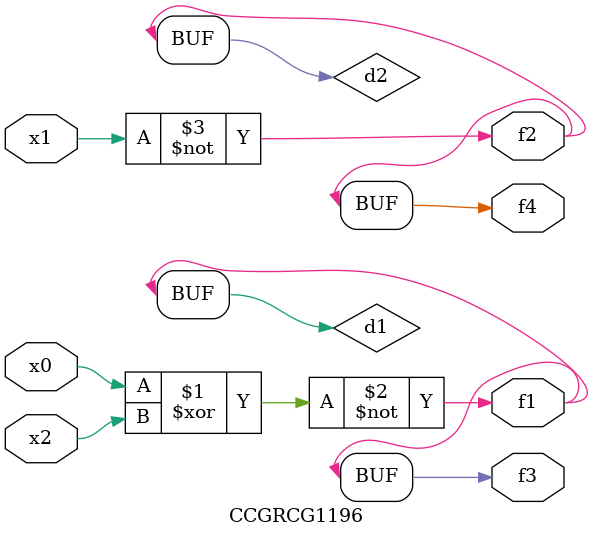
<source format=v>
module CCGRCG1196(
	input x0, x1, x2,
	output f1, f2, f3, f4
);

	wire d1, d2, d3;

	xnor (d1, x0, x2);
	nand (d2, x1);
	nor (d3, x1, x2);
	assign f1 = d1;
	assign f2 = d2;
	assign f3 = d1;
	assign f4 = d2;
endmodule

</source>
